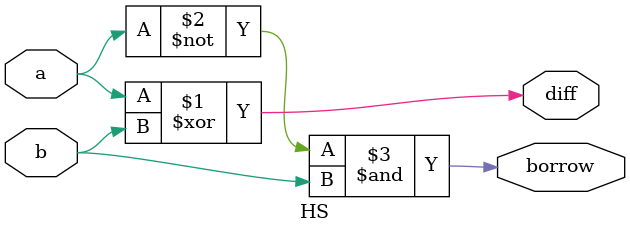
<source format=v>
`timescale 1ns / 1ps


module Full_Subtractor_Using_HS(
input a,
input b,
input cin,
output diff,
output borrow
);
wire d1,b2,b3;
HS h0(.a(a),.b(b),.diff(d1),.borrow(b2));
HS h1(.a(d1),.b(cin),.diff(diff),.borrow(b3));
assign borrow = b2|b3;
endmodule

module HS(
input a,
input b,
output diff,
output borrow
);
xor x1(diff,a,b);
and a1(borrow,(~a),b);
endmodule

</source>
